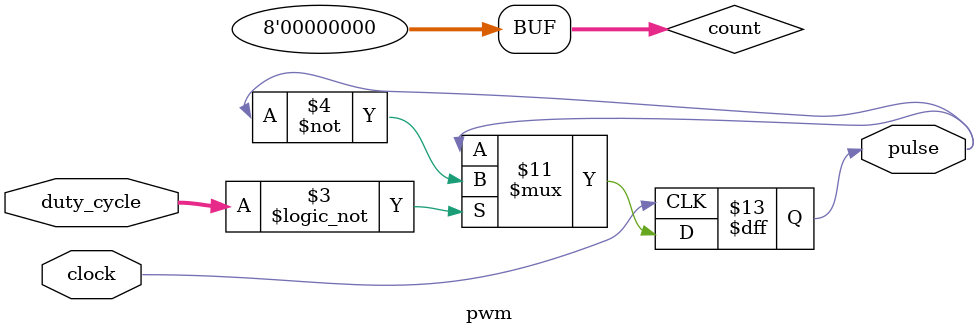
<source format=v>
`timescale 1ns / 1ps
module pwm(clock, duty_cycle, pulse);
 
    // Declarations
    input clock;
    input [7:0] duty_cycle;
    output reg pulse;

    // Intermediates
    reg [7:0] count;
    
    // Logic
    initial 
        begin
            count <= 8'b00000000;
            pulse <= 1'b0;
        end

    // Reset counter on duty_cycle change
    always @(duty_cycle)
        begin
            count <= 0;
        end

    always @(posedge clock)
        begin
            if(count == duty_cycle)
                begin
                    count <= 0;
                    pulse <= ~pulse;
                end
            else
                begin
                    count <= count + 1;
                end
        end

endmodule
</source>
